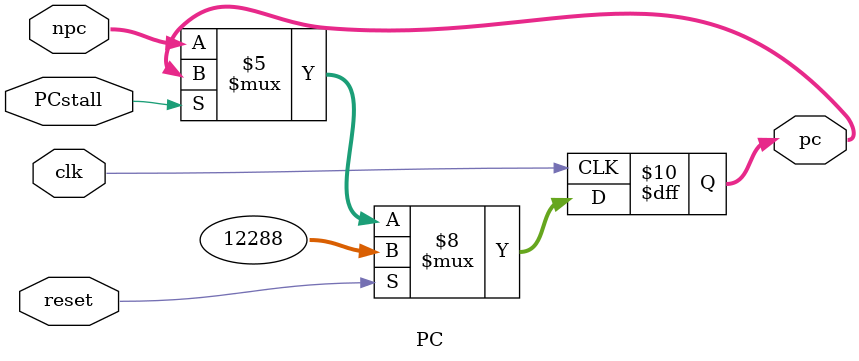
<source format=v>
`include "defines.v"
module PC(
    input clk,
    input reset,
    input PCstall,
    input [31:0] npc,
    output reg [31:0] pc
);
	
    always @(posedge clk) begin
        if (reset == 1) begin
            pc <= 32'h00003000;
        end else begin 
            if (PCstall == 1) begin
                pc <= pc;
            end else begin
                pc <= npc;
            end    
        end
    end

endmodule
</source>
